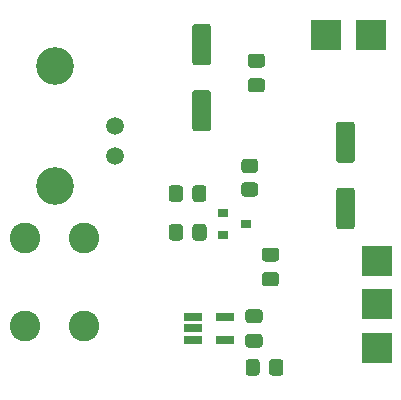
<source format=gbr>
%TF.GenerationSoftware,KiCad,Pcbnew,5.1.12-84ad8e8a86~92~ubuntu20.04.1*%
%TF.CreationDate,2022-06-17T21:56:11+02:00*%
%TF.ProjectId,bkm-68x-simple-hv-addon,626b6d2d-3638-4782-9d73-696d706c652d,rev?*%
%TF.SameCoordinates,Original*%
%TF.FileFunction,Soldermask,Top*%
%TF.FilePolarity,Negative*%
%FSLAX46Y46*%
G04 Gerber Fmt 4.6, Leading zero omitted, Abs format (unit mm)*
G04 Created by KiCad (PCBNEW 5.1.12-84ad8e8a86~92~ubuntu20.04.1) date 2022-06-17 21:56:11*
%MOMM*%
%LPD*%
G01*
G04 APERTURE LIST*
%ADD10C,1.500000*%
%ADD11C,3.200000*%
%ADD12R,2.500000X2.500000*%
%ADD13R,0.900000X0.800000*%
%ADD14C,2.600000*%
%ADD15R,1.560000X0.650000*%
G04 APERTURE END LIST*
%TO.C,C202*%
G36*
G01*
X118143000Y-143071000D02*
X119093000Y-143071000D01*
G75*
G02*
X119343000Y-143321000I0J-250000D01*
G01*
X119343000Y-143996000D01*
G75*
G02*
X119093000Y-144246000I-250000J0D01*
G01*
X118143000Y-144246000D01*
G75*
G02*
X117893000Y-143996000I0J250000D01*
G01*
X117893000Y-143321000D01*
G75*
G02*
X118143000Y-143071000I250000J0D01*
G01*
G37*
G36*
G01*
X118143000Y-140996000D02*
X119093000Y-140996000D01*
G75*
G02*
X119343000Y-141246000I0J-250000D01*
G01*
X119343000Y-141921000D01*
G75*
G02*
X119093000Y-142171000I-250000J0D01*
G01*
X118143000Y-142171000D01*
G75*
G02*
X117893000Y-141921000I0J250000D01*
G01*
X117893000Y-141246000D01*
G75*
G02*
X118143000Y-140996000I250000J0D01*
G01*
G37*
%TD*%
D10*
%TO.C,J101*%
X106879201Y-128016000D03*
D11*
X101799201Y-120396000D03*
X101799201Y-130556000D03*
D10*
X106879201Y-125476000D03*
%TD*%
D12*
%TO.C,TP203*%
X129032000Y-144272000D03*
%TD*%
%TO.C,C201*%
G36*
G01*
X126915000Y-128617000D02*
X125815000Y-128617000D01*
G75*
G02*
X125565000Y-128367000I0J250000D01*
G01*
X125565000Y-125367000D01*
G75*
G02*
X125815000Y-125117000I250000J0D01*
G01*
X126915000Y-125117000D01*
G75*
G02*
X127165000Y-125367000I0J-250000D01*
G01*
X127165000Y-128367000D01*
G75*
G02*
X126915000Y-128617000I-250000J0D01*
G01*
G37*
G36*
G01*
X126915000Y-134217000D02*
X125815000Y-134217000D01*
G75*
G02*
X125565000Y-133967000I0J250000D01*
G01*
X125565000Y-130967000D01*
G75*
G02*
X125815000Y-130717000I250000J0D01*
G01*
X126915000Y-130717000D01*
G75*
G02*
X127165000Y-130967000I0J-250000D01*
G01*
X127165000Y-133967000D01*
G75*
G02*
X126915000Y-134217000I-250000J0D01*
G01*
G37*
%TD*%
%TO.C,C101*%
G36*
G01*
X114735700Y-125936600D02*
X113635700Y-125936600D01*
G75*
G02*
X113385700Y-125686600I0J250000D01*
G01*
X113385700Y-122686600D01*
G75*
G02*
X113635700Y-122436600I250000J0D01*
G01*
X114735700Y-122436600D01*
G75*
G02*
X114985700Y-122686600I0J-250000D01*
G01*
X114985700Y-125686600D01*
G75*
G02*
X114735700Y-125936600I-250000J0D01*
G01*
G37*
G36*
G01*
X114735700Y-120336600D02*
X113635700Y-120336600D01*
G75*
G02*
X113385700Y-120086600I0J250000D01*
G01*
X113385700Y-117086600D01*
G75*
G02*
X113635700Y-116836600I250000J0D01*
G01*
X114735700Y-116836600D01*
G75*
G02*
X114985700Y-117086600I0J-250000D01*
G01*
X114985700Y-120086600D01*
G75*
G02*
X114735700Y-120336600I-250000J0D01*
G01*
G37*
%TD*%
D13*
%TO.C,Q101*%
X115967000Y-132847400D03*
X115967000Y-134747400D03*
X117967000Y-133797400D03*
%TD*%
D12*
%TO.C,TP101*%
X128520000Y-117750000D03*
%TD*%
%TO.C,TP102*%
X124700000Y-117754400D03*
%TD*%
%TO.C,TP201*%
X129032000Y-136906000D03*
%TD*%
%TO.C,TP202*%
X129032000Y-140589000D03*
%TD*%
%TO.C,C102*%
G36*
G01*
X119296200Y-122617900D02*
X118346200Y-122617900D01*
G75*
G02*
X118096200Y-122367900I0J250000D01*
G01*
X118096200Y-121692900D01*
G75*
G02*
X118346200Y-121442900I250000J0D01*
G01*
X119296200Y-121442900D01*
G75*
G02*
X119546200Y-121692900I0J-250000D01*
G01*
X119546200Y-122367900D01*
G75*
G02*
X119296200Y-122617900I-250000J0D01*
G01*
G37*
G36*
G01*
X119296200Y-120542900D02*
X118346200Y-120542900D01*
G75*
G02*
X118096200Y-120292900I0J250000D01*
G01*
X118096200Y-119617900D01*
G75*
G02*
X118346200Y-119367900I250000J0D01*
G01*
X119296200Y-119367900D01*
G75*
G02*
X119546200Y-119617900I0J-250000D01*
G01*
X119546200Y-120292900D01*
G75*
G02*
X119296200Y-120542900I-250000J0D01*
G01*
G37*
%TD*%
%TO.C,R101*%
G36*
G01*
X112599900Y-130756599D02*
X112599900Y-131656601D01*
G75*
G02*
X112349901Y-131906600I-249999J0D01*
G01*
X111649899Y-131906600D01*
G75*
G02*
X111399900Y-131656601I0J249999D01*
G01*
X111399900Y-130756599D01*
G75*
G02*
X111649899Y-130506600I249999J0D01*
G01*
X112349901Y-130506600D01*
G75*
G02*
X112599900Y-130756599I0J-249999D01*
G01*
G37*
G36*
G01*
X114599900Y-130756599D02*
X114599900Y-131656601D01*
G75*
G02*
X114349901Y-131906600I-249999J0D01*
G01*
X113649899Y-131906600D01*
G75*
G02*
X113399900Y-131656601I0J249999D01*
G01*
X113399900Y-130756599D01*
G75*
G02*
X113649899Y-130506600I249999J0D01*
G01*
X114349901Y-130506600D01*
G75*
G02*
X114599900Y-130756599I0J-249999D01*
G01*
G37*
%TD*%
%TO.C,R102*%
G36*
G01*
X118707701Y-131460400D02*
X117807699Y-131460400D01*
G75*
G02*
X117557700Y-131210401I0J249999D01*
G01*
X117557700Y-130510399D01*
G75*
G02*
X117807699Y-130260400I249999J0D01*
G01*
X118707701Y-130260400D01*
G75*
G02*
X118957700Y-130510399I0J-249999D01*
G01*
X118957700Y-131210401D01*
G75*
G02*
X118707701Y-131460400I-249999J0D01*
G01*
G37*
G36*
G01*
X118707701Y-129460400D02*
X117807699Y-129460400D01*
G75*
G02*
X117557700Y-129210401I0J249999D01*
G01*
X117557700Y-128510399D01*
G75*
G02*
X117807699Y-128260400I249999J0D01*
G01*
X118707701Y-128260400D01*
G75*
G02*
X118957700Y-128510399I0J-249999D01*
G01*
X118957700Y-129210401D01*
G75*
G02*
X118707701Y-129460400I-249999J0D01*
G01*
G37*
%TD*%
%TO.C,R103*%
G36*
G01*
X113412600Y-134933201D02*
X113412600Y-134033199D01*
G75*
G02*
X113662599Y-133783200I249999J0D01*
G01*
X114362601Y-133783200D01*
G75*
G02*
X114612600Y-134033199I0J-249999D01*
G01*
X114612600Y-134933201D01*
G75*
G02*
X114362601Y-135183200I-249999J0D01*
G01*
X113662599Y-135183200D01*
G75*
G02*
X113412600Y-134933201I0J249999D01*
G01*
G37*
G36*
G01*
X111412600Y-134933201D02*
X111412600Y-134033199D01*
G75*
G02*
X111662599Y-133783200I249999J0D01*
G01*
X112362601Y-133783200D01*
G75*
G02*
X112612600Y-134033199I0J-249999D01*
G01*
X112612600Y-134933201D01*
G75*
G02*
X112362601Y-135183200I-249999J0D01*
G01*
X111662599Y-135183200D01*
G75*
G02*
X111412600Y-134933201I0J249999D01*
G01*
G37*
%TD*%
%TO.C,R201*%
G36*
G01*
X117907000Y-146373001D02*
X117907000Y-145472999D01*
G75*
G02*
X118156999Y-145223000I249999J0D01*
G01*
X118857001Y-145223000D01*
G75*
G02*
X119107000Y-145472999I0J-249999D01*
G01*
X119107000Y-146373001D01*
G75*
G02*
X118857001Y-146623000I-249999J0D01*
G01*
X118156999Y-146623000D01*
G75*
G02*
X117907000Y-146373001I0J249999D01*
G01*
G37*
G36*
G01*
X119907000Y-146373001D02*
X119907000Y-145472999D01*
G75*
G02*
X120156999Y-145223000I249999J0D01*
G01*
X120857001Y-145223000D01*
G75*
G02*
X121107000Y-145472999I0J-249999D01*
G01*
X121107000Y-146373001D01*
G75*
G02*
X120857001Y-146623000I-249999J0D01*
G01*
X120156999Y-146623000D01*
G75*
G02*
X119907000Y-146373001I0J249999D01*
G01*
G37*
%TD*%
D14*
%TO.C,H101*%
X99227000Y-142434000D03*
X104227000Y-142434000D03*
X104227000Y-134934000D03*
X99227000Y-134934000D03*
%TD*%
%TO.C,C103*%
G36*
G01*
X120490000Y-139039000D02*
X119540000Y-139039000D01*
G75*
G02*
X119290000Y-138789000I0J250000D01*
G01*
X119290000Y-138114000D01*
G75*
G02*
X119540000Y-137864000I250000J0D01*
G01*
X120490000Y-137864000D01*
G75*
G02*
X120740000Y-138114000I0J-250000D01*
G01*
X120740000Y-138789000D01*
G75*
G02*
X120490000Y-139039000I-250000J0D01*
G01*
G37*
G36*
G01*
X120490000Y-136964000D02*
X119540000Y-136964000D01*
G75*
G02*
X119290000Y-136714000I0J250000D01*
G01*
X119290000Y-136039000D01*
G75*
G02*
X119540000Y-135789000I250000J0D01*
G01*
X120490000Y-135789000D01*
G75*
G02*
X120740000Y-136039000I0J-250000D01*
G01*
X120740000Y-136714000D01*
G75*
G02*
X120490000Y-136964000I-250000J0D01*
G01*
G37*
%TD*%
D15*
%TO.C,U201*%
X113458000Y-141671000D03*
X113458000Y-142621000D03*
X113458000Y-143571000D03*
X116158000Y-143571000D03*
X116158000Y-141671000D03*
%TD*%
M02*

</source>
